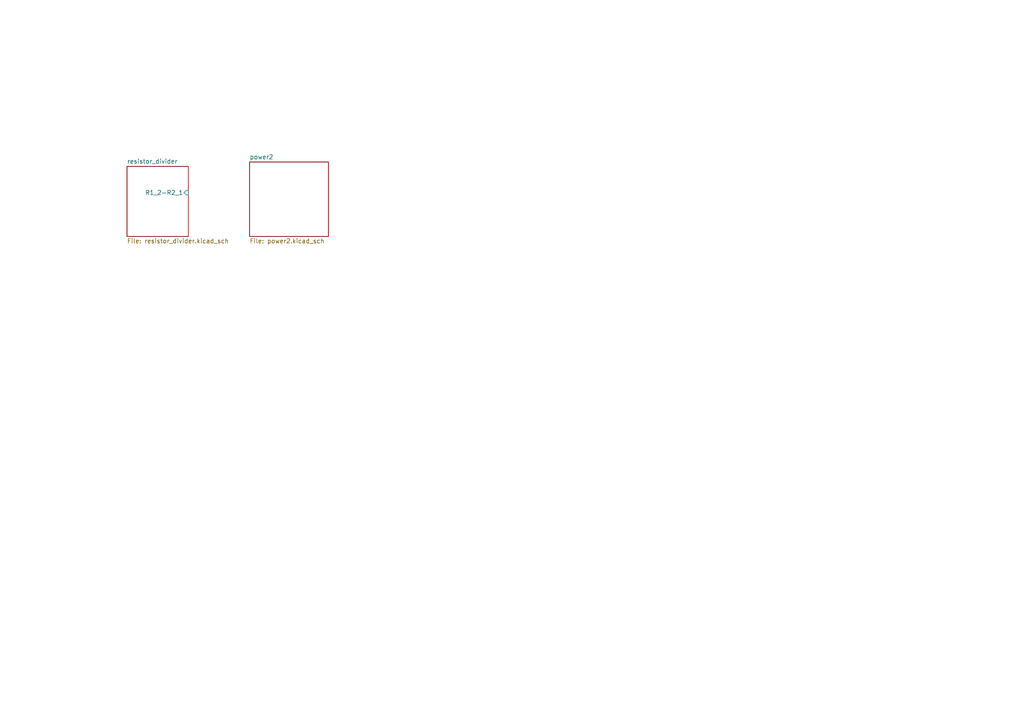
<source format=kicad_sch>
(kicad_sch
	(version 20231120)
	(generator "eeschema")
	(generator_version "8.0")
	(uuid "139408cf-b4ac-4ccf-8751-afbb6def1f13")
	(paper "A4")
	(lib_symbols)
	(sheet
		(at 36.83 48.26)
		(size 17.78 20.32)
		(fields_autoplaced yes)
		(stroke
			(width 0.1524)
			(type solid)
		)
		(fill
			(color 0 0 0 0.0000)
		)
		(uuid "7dcd522d-d03d-41f6-bad3-56f1f937b049")
		(property "Sheetname" "resistor_divider"
			(at 36.83 47.5484 0)
			(effects
				(font
					(size 1.27 1.27)
				)
				(justify left bottom)
			)
		)
		(property "Sheetfile" "resistor_divider.kicad_sch"
			(at 36.83 69.1646 0)
			(effects
				(font
					(size 1.27 1.27)
				)
				(justify left top)
			)
		)
		(pin "R1_2-R2_1" input
			(at 54.61 55.88 0)
			(effects
				(font
					(size 1.27 1.27)
				)
				(justify right)
			)
			(uuid "8d8ee59b-4d1a-4a57-9097-ba22b5e75d32")
		)
		(instances
			(project "example_kicad_project"
				(path "/139408cf-b4ac-4ccf-8751-afbb6def1f13"
					(page "3")
				)
			)
		)
	)
	(sheet
		(at 72.39 46.99)
		(size 22.86 21.59)
		(fields_autoplaced yes)
		(stroke
			(width 0.1524)
			(type solid)
		)
		(fill
			(color 0 0 0 0.0000)
		)
		(uuid "bb878e8b-3ef6-45c7-bc17-d62b28e24d94")
		(property "Sheetname" "power2"
			(at 72.39 46.2784 0)
			(effects
				(font
					(size 1.27 1.27)
				)
				(justify left bottom)
			)
		)
		(property "Sheetfile" "power2.kicad_sch"
			(at 72.39 69.1646 0)
			(effects
				(font
					(size 1.27 1.27)
				)
				(justify left top)
			)
		)
		(instances
			(project "example_kicad_project"
				(path "/139408cf-b4ac-4ccf-8751-afbb6def1f13"
					(page "2")
				)
			)
		)
	)
	(sheet_instances
		(path "/"
			(page "1")
		)
	)
)

</source>
